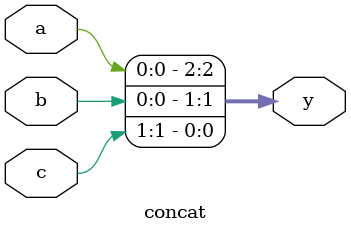
<source format=v>
module concat(a,b,c,y);
input a;
input [1:0]b,c;
output [2:0]y;
assign y={a,b[0],c[1]};
endmodule

</source>
